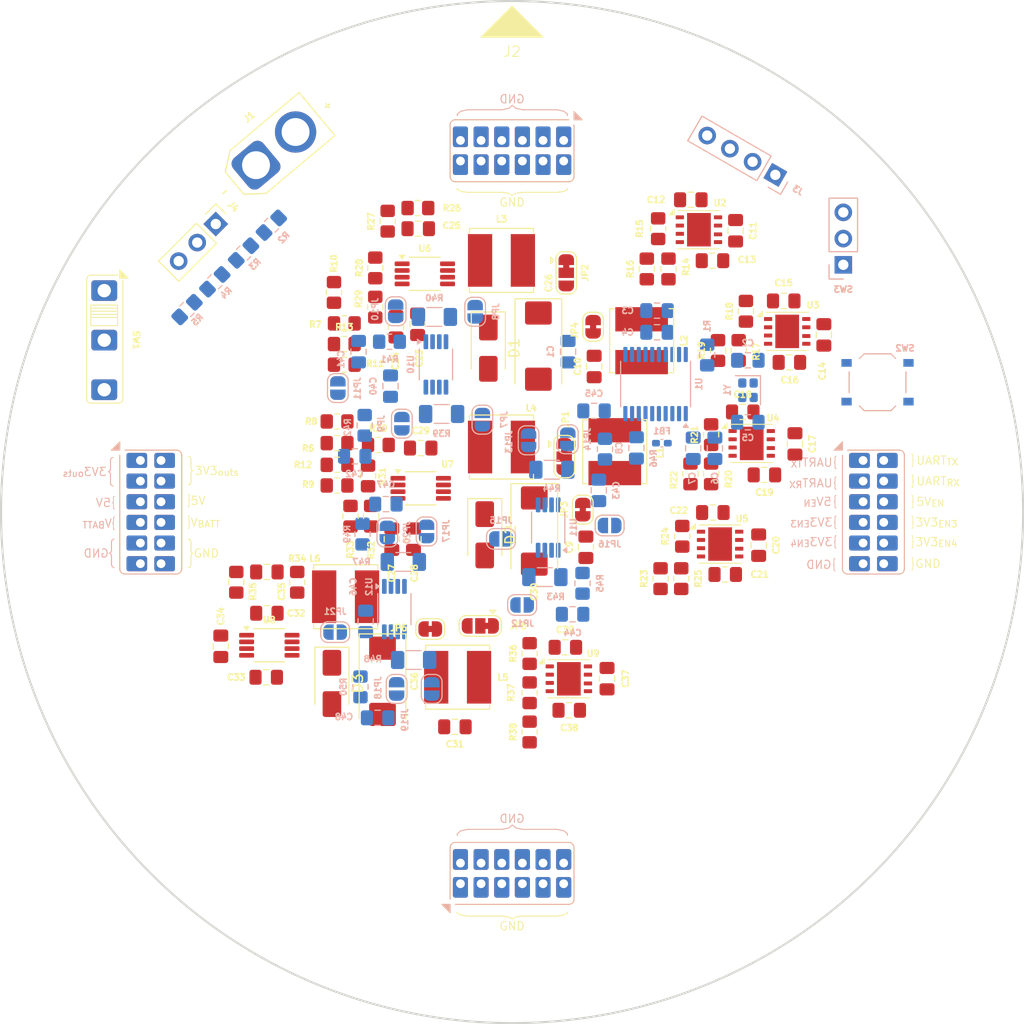
<source format=kicad_pcb>
(kicad_pcb (version 20241229) (generator "pcbnew") (generator_version "9.0")
  (layers (0 "F.Cu" signal) (2 "B.Cu" signal) (13 "F.Paste" user) (15 "B.Paste" user) (5 "F.SilkS" user "F.Silkscreen") (7 "B.SilkS" user "B.Silkscreen") (1 "F.Mask" user) (3 "B.Mask" user) (25 "Edge.Cuts" user))
  (net 0 "")
  (net 1 "NRST")
  (net 2 "GND")
  (net 3 "OSC_IN")
  (net 4 "3V3_{1}")
  (net 5 "OSC_OUT")
  (net 6 "VDDA")
  (net 7 "/VoltageReg&Sense-CurrentSense/3V3Outs/LD39200_3V3_1/EN")
  (net 8 "3V3sense_{1}")
  (net 9 "/VoltageReg&Sense-CurrentSense/3V3Outs/3V3_{2}")
  (net 10 "/VoltageReg&Sense-CurrentSense/3V3Outs/LD39200_3V3_3/VIN")
  (net 11 "/VoltageReg&Sense-CurrentSense/3V3Outs/3V3_{3}")
  (net 12 "/VoltageReg&Sense-CurrentSense/3V3Outs/3V3_{4}")
  (net 13 "/VoltageReg&Sense-CurrentSense/3V3Outs/VIN")
  (net 14 "Net-(D1-K)")
  (net 15 "Net-(U6-BOOT)")
  (net 16 "/VoltageReg&Sense-CurrentSense/3V3Outs/TPS5430_BuckConv_3V3_1/VOUT")
  (net 17 "Net-(U7-BOOT)")
  (net 18 "Net-(D2-K)")
  (net 19 "/VoltageReg&Sense-CurrentSense/3V3Outs/TPS5430_BuckConv_3V3_2/VOUT")
  (net 20 "Net-(D3-K)")
  (net 21 "Net-(U8-BOOT)")
  (net 22 "/VoltageReg&Sense-CurrentSense/5VOut/5VBuckReg/V_{OUT}")
  (net 23 "/VoltageReg&Sense-CurrentSense/5VOut/5VLD39200/EN")
  (net 24 "/VoltageReg&Sense-CurrentSense/5VOut/5V_{OUT}")
  (net 25 "Net-(JP11-A)")
  (net 26 "ADC_{0}")
  (net 27 "ADC_{1}")
  (net 28 "Net-(JP16-A)")
  (net 29 "/VoltageReg&Sense-CurrentSense/CurrentMeasurement_2/V_{SENSE1}")
  (net 30 "/VoltageReg&Sense-CurrentSense/CurrentMeasurement_2/V_{SENSE2}")
  (net 31 "Net-(JP21-A)")
  (net 32 "/VoltageReg&Sense-CurrentSense/CurrentMeasurement_3/V_{SENSE1}")
  (net 33 "/VoltageReg&Sense-CurrentSense/CurrentMeasurement_3/V_{SENSE2}")
  (net 34 "+BATT")
  (net 35 "UART2_{Rx}")
  (net 36 "+7.4V")
  (net 37 "3V3EN_{3}")
  (net 38 "5V")
  (net 39 "UART2_{Tx}")
  (net 40 "3V3EN_{4}")
  (net 41 "3V3_{2}")
  (net 42 "3V3_{4}")
  (net 43 "3V3_{3}")
  (net 44 "5VEN")
  (net 45 "SWCLK")
  (net 46 "SWDIO")
  (net 47 "VS")
  (net 48 "VSS")
  (net 49 "Net-(JP7-B)")
  (net 50 "Net-(JP8-B)")
  (net 51 "Net-(JP9-A)")
  (net 52 "Net-(JP10-A)")
  (net 53 "Net-(JP12-B)")
  (net 54 "Net-(JP13-B)")
  (net 55 "Net-(JP14-A)")
  (net 56 "Net-(JP15-A)")
  (net 57 "Net-(JP17-B)")
  (net 58 "Net-(JP18-B)")
  (net 59 "Net-(JP19-A)")
  (net 60 "Net-(JP20-A)")
  (net 61 "BOOT0")
  (net 62 "Net-(SW3-B)")
  (net 63 "ADC_{6}")
  (net 64 "ADC_{7}")
  (net 65 "/VoltageReg&Sense-CurrentSense/3V3Outs/TPS5430_BuckConv_3V3_2/EN")
  (net 66 "Net-(R12-Pad2)")
  (net 67 "/VoltageReg&Sense-CurrentSense/3V3Outs/TPS5430_BuckConv_3V3_1/EN")
  (net 68 "Net-(R11-Pad1)")
  (net 69 "Net-(U2-ADJ)")
  (net 70 "Net-(U3-ADJ)")
  (net 71 "Net-(U4-ADJ)")
  (net 72 "Net-(U5-ADJ)")
  (net 73 "Net-(U6-VSENSE)")
  (net 74 "Net-(R27-Pad2)")
  (net 75 "Net-(R28-Pad2)")
  (net 76 "Net-(U7-VSENSE)")
  (net 77 "Net-(R31-Pad2)")
  (net 78 "Net-(R32-Pad2)")
  (net 79 "Net-(U8-VSENSE)")
  (net 80 "Net-(U9-ADJ)")
  (net 81 "Net-(R37-Pad2)")
  (net 82 "Net-(U10-OUT_{1})")
  (net 83 "Net-(U10-OUT_{2})")
  (net 84 "Net-(U11-OUT_{1})")
  (net 85 "Net-(U11-OUT_{2})")
  (net 86 "Net-(U12-OUT_{1})")
  (net 87 "Net-(U12-OUT_{2})")
  (net 89 "ADC_{2}")
  (net 90 "/STM32F103/ADC_IN9")
  (net 91 "ADC_{3}")
  (net 92 "/STM32F103/UART2_Tx")
  (net 93 "ADC_{5}")
  (net 94 "ADC_{4}")
  (net 95 "/STM32F103/UART2_Rx")
  (net 107 "Net-(JP4-A)")
  (net 108 "Net-(JP3-A)")
  (net 109 "Net-(JP6-A)")
  (net 110 "Net-(JP1-A)")
  (net 111 "Net-(JP2-A)")
  (net 112 "Net-(JP5-A)")
  (footprint "CompVuelo:LD39200DPUR" (layer "F.Cu") (at 117.2 67.3)
    (property "Reference" "U2")
    (property "Value" "LD39200DPUR")
  )
  (footprint "Capacitor_SMD:C_0805_2012Metric_Pad1.18x1.45mm_HandSolder" (layer "F.Cu") (at 122.985 97.8075 -90)
    (property "Reference" "C20")
    (property "Value" "10uF")
  )
  (footprint "Resistor_SMD:R_0805_2012Metric_Pad1.20x1.40mm_HandSolder" (layer "F.Cu") (at 85.85 74.75 -90)
    (property "Reference" "R29")
    (property "Value" "330")
  )
  (footprint "Capacitor_SMD:C_0805_2012Metric_Pad1.18x1.45mm_HandSolder" (layer "F.Cu") (at 120.75 67.35 -90)
    (property "Reference" "C11")
    (property "Value" "10uF")
  )
  (footprint "Jumper:SolderJumper-2_P1.3mm_Bridged_RoundedPad1.0x1.5mm" (layer "F.Cu") (at 105.95 94.3625 90)
    (property "Reference" "JP3")
    (property "Value" "Bridged")
  )
  (footprint "Capacitor_SMD:C_0805_2012Metric_Pad1.18x1.45mm_HandSolder" (layer "F.Cu") (at 123.5425 91)
    (property "Reference" "C19")
    (property "Value" "470nF")
  )
  (footprint "Resistor_SMD:R_0805_2012Metric_Pad1.20x1.40mm_HandSolder" (layer "F.Cu") (at 85.45 95 -90)
    (property "Reference" "R32")
    (property "Value" "330")
  )
  (footprint "Capacitor_SMD:C_0805_2012Metric_Pad1.18x1.45mm_HandSolder" (layer "F.Cu") (at 106.25 98.0125 -90)
    (property "Reference" "C9")
    (property "Value" "560nF")
  )
  (footprint "Resistor_SMD:R_0805_2012Metric_Pad1.20x1.40mm_HandSolder" (layer "F.Cu") (at 100.8 108.3 -90)
    (property "Reference" "R36")
    (property "Value" "330K")
  )
  (footprint "Capacitor_SMD:C_0805_2012Metric_Pad1.18x1.45mm_HandSolder" (layer "F.Cu") (at 89.55 97.225 -90)
    (property "Reference" "C28")
    (property "Value" "47uF")
  )
  (footprint "Capacitor_SMD:C_0805_2012Metric_Pad1.18x1.45mm_HandSolder" (layer "F.Cu") (at 75.35 100.4)
    (property "Reference" "C35")
    (property "Value" "10nF")
  )
  (footprint "Resistor_SMD:R_0805_2012Metric_Pad1.20x1.40mm_HandSolder" (layer "F.Cu") (at 82.15 85.825 180)
    (property "Reference" "R8")
    (property "Value" "330K")
  )
  (footprint "Inductor_SMD:L_Bourns_SRN6045TA" (layer "F.Cu") (at 109.05 88.75 -90)
    (property "Reference" "L1")
    (property "Value" "4.7uH")
  )
  (footprint "Resistor_SMD:R_0805_2012Metric_Pad1.20x1.40mm_HandSolder" (layer "F.Cu") (at 85.85 70.95 -90)
    (property "Reference" "R28")
    (property "Value" "330")
  )
  (footprint "Jumper:SolderJumper-3_P1.3mm_Bridged12_RoundedPad1.0x1.5mm" (layer "F.Cu") (at 104.15 89.225 -90)
    (property "Reference" "JP1")
    (property "Value" "Bridged12")
  )
  (footprint "Jumper:SolderJumper-2_P1.3mm_Bridged_RoundedPad1.0x1.5mm" (layer "F.Cu") (at 106.95 76.65 90)
    (property "Reference" "JP4")
    (property "Value" "Bridged")
  )
  (footprint "Resistor_SMD:R_0805_2012Metric_Pad1.20x1.40mm_HandSolder" (layer "F.Cu") (at 83.45 95 90)
    (property "Reference" "R33")
    (property "Value" "330")
  )
  (footprint "Inductor_SMD:L_Bourns_SRN6045TA" (layer "F.Cu") (at 82.975 102.8)
    (property "Reference" "L6")
    (property "Value" "10uH")
  )
  (footprint "Inductor_SMD:L_Bourns_SRN6045TA" (layer "F.Cu") (at 93.825 110.6 180)
    (property "Reference" "L5")
    (property "Value" "4.7uH")
  )
  (footprint "CompVuelo:SWSPDT" (layer "F.Cu") (at 59.596705 77.95 -90)
    (property "Reference" "SW1")
    (property "Value" "SW_SPDT")
  )
  (footprint "Capacitor_SMD:C_0805_2012Metric_Pad1.18x1.45mm_HandSolder" (layer "F.Cu") (at 87.85 76.65 -90)
    (property "Reference" "C24")
    (property "Value" "47uF")
  )
  (footprint "Capacitor_Tantalum_SMD:CP_EIA-7343-31_Kemet-D_HandSolder" (layer "F.Cu") (at 101.25 96.4375 -90)
    (property "Reference" "C30")
    (property "Value" "470uF")
  )
  (footprint "CompVuelo:GeneralConn" (layer "F.Cu") (at 99.1 94.6)
    (property "Reference" "J2")
    (property "Value" "NebulaConnector")
    (fp_circle (center 0 0) (end 0 49.5) (stroke (width 0.2)) (fill no) (layer "Edge.Cuts"))
  )
  (footprint "Capacitor_SMD:C_0805_2012Metric_Pad1.18x1.45mm_HandSolder" (layer "F.Cu") (at 70.8875 107.6 90)
    (property "Reference" "C34")
    (property "Value" "47uF")
  )
  (footprint "Capacitor_SMD:C_0805_2012Metric_Pad1.18x1.45mm_HandSolder" (layer "F.Cu") (at 121.4425 84.9)
    (property "Reference" "C18")
    (property "Value" "10uF")
  )
  (footprint "Inductor_SMD:L_Bourns_SRN6045TA" (layer "F.Cu") (at 98.075 88.3)
    (property "Reference" "L4")
    (property "Value" "10uH")
  )
  (footprint "Jumper:SolderJumper-2_P1.3mm_Bridged_RoundedPad1.0x1.5mm" (layer "F.Cu") (at 91.175 105.925)
    (property "Reference" "JP6")
    (property "Value" "Bridged")
  )
  (footprint "Resistor_SMD:R_0805_2012Metric_Pad1.20x1.40mm_HandSolder" (layer "F.Cu") (at 82.15 90.025)
    (property "Reference" "R12")
    (property "Value" "15K")
  )
  (footprint "Resistor_SMD:R_0805_2012Metric_Pad1.20x1.40mm_HandSolder" (layer "F.Cu") (at 82.15 92.025 180)
    (property "Reference" "R9")
    (property "Value" "680K")
  )
  (footprint "CompVuelo:Texas_S-PDSO-G8_3x3mm_P0.65mm" (layer "F.Cu") (at 90.65 71.525)
    (property "Reference" "U6")
    (property "Value" "TPS5430DDA")
  )
  (footprint "Capacitor_SMD:C_0805_2012Metric_Pad1.18x1.45mm_HandSolder" (layer "F.Cu") (at 89.95 76.4125 -90)
    (property "Reference" "C23")
    (property "Value" "47uF")
  )
  (footprint "Resistor_SMD:R_0805_2012Metric_Pad1.20x1.40mm_HandSolder" (layer "F.Cu") (at 115.585 96.945 90)
    (property "Reference" "R24")
    (property "Value" "100K")
  )
  (footprint "Resistor_SMD:R_0805_2012Metric_Pad1.20x1.40mm_HandSolder" (layer "F.Cu") (at 115.485 101.045 -90)
    (property "Reference" "R25")
    (property "Value" "39K")
  )
  (footprint "Capacitor_SMD:C_0805_2012Metric_Pad1.18x1.45mm_HandSolder" (layer "F.Cu") (at 118.5125 70.25)
    (property "Reference" "C13")
    (property "Value" "470nF")
  )
  (footprint "Resistor_SMD:R_0805_2012Metric_Pad1.20x1.40mm_HandSolder" (layer "F.Cu") (at 121.05 78.95 -90)
    (property "Reference" "R17")
    (property "Value" "33K")
  )
  (footprint "Capacitor_SMD:C_0805_2012Metric_Pad1.18x1.45mm_HandSolder" (layer "F.Cu") (at 87.45 97.225 -90)
    (property "Reference" "C27")
    (property "Value" "47uF")
  )
  (footprint "Resistor_SMD:R_0805_2012Metric_Pad1.20x1.40mm_HandSolder" (layer "F.Cu") (at 82.85 76.325)
    (property "Reference" "R7")
    (property "Value" "15K")
  )
  (footprint "Capacitor_SMD:C_0805_2012Metric_Pad1.18x1.45mm_HandSolder" (layer "F.Cu") (at 90.0125 67.15)
    (property "Reference" "C25")
    (property "Value" "10nF")
  )
  (footprint "Connector_PinHeader_2.54mm:PinHeader_1x03_P2.54mm_Vertical" (layer "F.Cu") (at 70.4 66.7 -45)
    (property "Reference" "J4")
    (property "Value" "Conn_01x03")
  )
  (footprint "Resistor_SMD:R_0805_2012Metric_Pad1.20x1.40mm_HandSolder" (layer "F.Cu") (at 113.25 67.15 -90)
    (property "Reference" "R15")
    (property "Value" "100K")
  )
  (footprint "CompVuelo:LD39200DPUR" (layer "F.Cu") (at 125.75 77.15)
    (property "Reference" "U3")
    (property "Value" "LD39200DPUR")
  )
  (footprint "Resistor_SMD:R_0805_2012Metric_Pad1.20x1.40mm_HandSolder" (layer "F.Cu") (at 100.8 115.9 -90)
    (property "Reference" "R38")
    (property "Value" "680")
  )
  (footprint "Resistor_SMD:R_0805_2012Metric_Pad1.20x1.40mm_HandSolder" (layer "F.Cu") (at 82.15 87.925)
    (property "Reference" "R6")
    (property "Value" "15K")
  )
  (footprint "Resistor_SMD:R_0805_2012Metric_Pad1.20x1.40mm_HandSolder" (layer "F.Cu") (at 78.2875 101.4 -90)
    (property "Reference" "R34")
    (property "Value" "10K")
  )
  (footprint "Capacitor_Tantalum_SMD:CP_EIA-7343-31_Kemet-D_HandSolder" (layer "F.Cu") (at 101.65 78.525 -90)
    (property "Reference" "C26")
    (property "Value" "470uF")
  )
  (footprint "Resistor_SMD:R_0805_2012Metric_Pad1.20x1.40mm_HandSolder" (layer "F.Cu") (at 118.38 87.1 -90)
    (property "Reference" "R21")
    (property "Value" "100K")
  )
  (footprint "Capacitor_SMD:C_0805_2012Metric_Pad1.18x1.45mm_HandSolder" (layer "F.Cu") (at 104.2625 107.7)
    (property "Reference" "C39")
    (property "Value" "470nF")
  )
  (footprint "Diode_SMD:D_SMA" (layer "F.Cu") (at 81.65 111.2 -90)
    (property "Reference" "D3")
    (property "Value" "550mV")
  )
  (footprint "Capacitor_SMD:C_0805_2012Metric_Pad1.18x1.45mm_HandSolder" (layer "F.Cu") (at 90.25 88.4)
    (property "Reference" "C29")
    (property "Value" "10nF")
  )
  (footprint "Resistor_SMD:R_0805_2012Metric_Pad1.20x1.40mm_HandSolder" (layer "F.Cu") (at 87.05 66.425 -90)
    (property "Reference" "R27")
    (property "Value" "4K7")
  )
  (footprint "Capacitor_SMD:C_0805_2012Metric_Pad1.18x1.45mm_HandSolder" (layer "F.Cu") (at 75.2875 110.6)
    (property "Reference" "C33")
    (property "Value" "47uF")
  )
  (footprint "Resistor_SMD:R_0805_2012Metric_Pad1.20x1.40mm_HandSolder" (layer "F.Cu") (at 85.15 91.1 -90)
    (property "Reference" "R31")
    (property "Value" "4K7")
  )
  (footprint "Capacitor_SMD:C_0805_2012Metric_Pad1.18x1.45mm_HandSolder" (layer "F.Cu") (at 129.3 77.4375 -90)
    (property "Reference" "C14")
    (property "Value" "10uF")
  )
  (footprint "CompVuelo:LD39200DPUR" (layer "F.Cu") (at 119.25 97.75)
    (property "Reference" "U5")
    (property "Value" "LD39200DPUR")
  )
  (footprint "Capacitor_SMD:C_0805_2012Metric_Pad1.18x1.45mm_HandSolder" (layer "F.Cu") (at 108.3 110.7375 -90)
    (property "Reference" "C37")
    (property "Value" "10uF")
  )
  (footprint "Capacitor_SMD:C_0805_2012Metric_Pad1.18x1.45mm_HandSolder" (layer "F.Cu") (at 125.4125 74.15)
    (property "Reference" "C15")
    (property "Value" "10uF")
  )
  (footprint "Resistor_SMD:R_0805_2012Metric_Pad1.20x1.40mm_HandSolder" (layer "F.Cu") (at 81.85 73.325 90)
    (property "Reference" "R10")
    (property "Value" "330K")
  )
  (footprint "Capacitor_SMD:C_0805_2012Metric_Pad1.18x1.45mm_HandSolder" (layer "F.Cu") (at 125.9625 80.1)
    (property "Reference" "C16")
    (property "Value" "470nF")
  )
  (footprint "Capacitor_SMD:C_0805_2012Metric_Pad1.18x1.45mm_HandSolder" (layer "F.Cu") (at 118.5475 94.645)
    (property "Reference" "C22")
    (property "Value" "470nF")
  )
  (footprint "Capacitor_SMD:C_0805_2012Metric_Pad1.18x1.45mm_HandSolder" (layer "F.Cu") (at 126.5 88 -90)
    (property "Reference" "C17")
    (property "Value" "10uF")
  )
  (footprint "Connector_AMASS:AMASS_XT30U-F_1x02_P5.0mm_Vertical" (layer "F.Cu") (at 74.3 61 40)
    (property "Reference" "J1")
    (property "Value" "Conn_01x02")
  )
  (footprint "Diode_SMD:D_SMA" (layer "F.Cu") (at 96.45 96.8 -90)
    (property "Reference" "D2")
    (property "Value" "450mV")
  )
  (footprint "Capacitor_SMD:C_0805_2012Metric_Pad1.18x1.45mm_HandSolder" (layer "F.Cu") (at 75.35 104.4 180)
    (property "Reference" "C32")
    (property "Value" "47uF")
  )
  (footprint "Resistor_SMD:R_0805_2012Metric_Pad1.20x1.40mm_HandSolder" (layer "F.Cu") (at 113.485 101.045 -90)
    (property "Reference" "R23")
    (property "Value" "33K")
  )
  (footprint "Diode_SMD:D_SMA" (layer "F.Cu") (at 96.8 78.725 -90)
    (property "Reference" "D1")
    (property "Value" "450mV")
  )
  (footprint "Capacitor_SMD:C_0805_2012Metric_Pad1.18x1.45mm_HandSolder" (layer "F.Cu") (at 107.05 80.5 -90)
    (property "Reference" "C10")
    (property "Value" "560nF")
  )
  (footprint "Resistor_SMD:R_0805_2012Metric_Pad1.20x1.40mm_HandSolder" (layer "F.Cu") (at 89.97929 65.152587 180)
    (property "Reference" "R26")
    (property "Value" "10K")
  )
  (footprint "Jumper:SolderJumper-3_P1.3mm_Bridged12_RoundedPad1.0x1.5mm" (layer "F.Cu") (at 96.025 105.625 180)
    (property "Reference" "JP5")
    (property "Value" "Bridged12")
  )
  (footprint "Capacitor_SMD:C_0805_2012Metric_Pad1.18x1.45mm_HandSolder" (layer "F.Cu") (at 119.7475 100.645)
    (property "Reference" "C21")
    (property "Value" "10uF")
  )
  (footprint "Resistor_SMD:R_0805_2012Metric_Pad1.20x1.40mm_HandSolder" (layer "F.Cu") (at 116.38 90.9 -90)
    (property "Reference" "R22")
    (property "Value" "39K")
  )
  (footprint "Resistor_SMD:R_0805_2012Metric_Pad1.20x1.40mm_HandSolder" (layer "F.Cu") (at 119.05 78.95 -90)
    (property "Reference" "R19")
    (property "Value" "39K")
  )
  (footprint "Resistor_SMD:R_0805_2012Metric_Pad1.20x1.40mm_HandSolder" (layer "F.Cu") (at 82.85 80.325)
    (property "Reference" "R11")
    (property "Value" "680K")
  )
  (footprint "CompVuelo:Texas_S-PDSO-G8_3x3mm_P0.65mm" (layer "F.Cu") (at 90.25 92.3)
    (property "Reference" "U7")
    (property "Value" "TPS5430DDA")
  )
  (footprint "Inductor_SMD:L_Bourns_SRN6045TA" (layer "F.Cu") (at 98.075 70.225)
    (property "Reference" "L3")
    (property "Value" "10uH")
  )
  (footprint "CompVuelo:Texas_S-PDSO-G8_3x3mm_P0.65mm" (layer "F.Cu") (at 75.5875 107.5)
    (property "Reference" "U8")
    (property "Value" "TPS5430DDA")
  )
  (footprint "Jumper:SolderJumper-3_P1.3mm_Bridged12_RoundedPad1.0x1.5mm" (layer "F.Cu") (at 104.35 71.425 -90)
    (property "Reference" "JP2")
    (property "Value" "Bridged12")
  )
  (footprint "Capacitor_Tantalum_SMD:CP_EIA-7343-31_Kemet-D_HandSolder" (layer "F.Cu") (at 86.55 110.9925 -90)
    (property "Reference" "C36")
    (property "Value" "330uF")
  )
  (footprint "Resistor_SMD:R_0805_2012Metric_Pad1.20x1.40mm_HandSolder" (layer "F.Cu") (at 121.75 75.15 -90)
    (property "Reference" "R18")
    (property "Value" "100K")
  )
  (footprint "CompVuelo:LD39200DPUR" (layer "F.Cu") (at 122.3125 88)
    (property "Reference" "U4")
    (property "Value" "LD39200DPUR")
  )
  (footprint "Resistor_SMD:R_0805_2012Metric_Pad1.20x1.40mm_HandSolder" (layer "F.Cu") (at 112.15 71.05 -90)
    (property "Reference" "R16")
    (property "Value" "39K")
  )
  (footprint "Capacitor_SMD:C_0805_2012Metric_Pad1.18x1.45mm_HandSolder" (layer "F.Cu") (at 116.4125 64.35)
    (property "Reference" "C12")
    (property "Value" "10uF")
  )
  (footprint "Resistor_SMD:R_0805_2012Metric_Pad1.20x1.40mm_HandSolder" (layer "F.Cu") (at 118.38 90.9 -90)
    (property "Reference" "R20")
    (property "Value" "33K")
  )
  (footprint "Resistor_SMD:R_0805_2012Metric_Pad1.20x1.40mm_HandSolder" (layer "F.Cu") (at 72.3875 101.4 90)
    (property "Reference" "R35")
    (property "Value" "3K")
  )
  (footprint "Resistor_SMD:R_0805_2012Metric_Pad1.20x1.40mm_HandSolder" (layer "F.Cu") (at 86.15 88.1 180)
    (property "Reference" "R30")
    (property "Value" "10K")
  )
  (footprint "Resistor_SMD:R_0805_2012Metric_Pad1.20x1.40mm_HandSolder" (layer "F.Cu") (at 82.85 78.325)
    (property "Reference" "R13")
    (property "Value" "15K")
  )
  (footprint "Resistor_SMD:R_0805_2012Metric_Pad1.20x1.40mm_HandSolder" (layer "F.Cu") (at 114.25 71.05 -90)
    (property "Reference" "R14")
    (property "Value" "33K")
  )
  (footprint "CompVuelo:LD39200DPUR" (layer "F.Cu") (at 104.6 110.8)
    (property "Reference" "U9")
    (property "Value" "LD39200DPUR")
  )
  (footprint "Capacitor_SMD:C_0805_2012Metric_Pad1.18x1.45mm_HandSolder" (layer "F.Cu") (at 104.6375 113.8 180)
    (property "Reference" "C38")
    (property "Value" "10uF")
  )
  (footprint "Resistor_SMD:R_0805_2012Metric_Pad1.20x1.40mm_HandSolder" (layer "F.Cu") (at 100.8 112.1 -90)
    (property "Reference" "R37")
    (property "Value" "36K")
  )
  (footprint "Capacitor_SMD:C_0805_2012Metric_Pad1.18x1.45mm_HandSolder" (layer "F.Cu") (at 93.5625 115.4 180)
    (property "Reference" "C31")
    (property "Value" "560nF")
  )
  (footprint "Inductor_SMD:L_Bourns_SRN6045TA" (layer "F.Cu") (at 111.65 78 -90)
    (property "Reference" "L2")
    (property "Value" "4.7uH")
  )
  (footprint "Jumper:SolderJumper-2_P1.3mm_Open_RoundedPad1.0x1.5mm" (layer "B.Cu") (at 104.5 87.55 90)
    (property "Reference" "JP14")
    (property "Value" "SolderJumper_2_Open")
  )
  (footprint "Resistor_SMD:R_1206_3216Metric_Pad1.30x1.75mm_HandSolder" (layer "B.Cu") (at 91.575 75.7 180)
    (property "Reference" "R40")
    (property "Value" "0.007")
  )
  (footprint "Crystal:Crystal_SMD_2016-4Pin_2.0x1.6mm" (layer "B.Cu") (at 121.95 82.8 -90)
    (property "Reference" "Y1")
    (property "Value" "16Mhz")
  )
  (footprint "Jumper:SolderJumper-2_P1.3mm_Open_RoundedPad1.0x1.5mm" (layer "B.Cu") (at 87.015 96.58 90)
    (property "Reference" "JP20")
    (property "Value" "SolderJumper_2_Open")
  )
  (footprint "Capacitor_SMD:C_0805_2012Metric_Pad1.18x1.45mm_HandSolder" (layer "B.Cu") (at 86.8775 93.83)
    (property "Reference" "C47")
    (property "Value" "15nF")
  )
  (footprint "Capacitor_SMD:C_0805_2012Metric_Pad1.18x1.45mm_HandSolder" (layer "B.Cu") (at 113.1375 75.0875 180)
    (property "Reference" "C3")
    (property "Value" "10uF")
  )
  (footprint "Jumper:SolderJumper-2_P1.3mm_Open_RoundedPad1.0x1.5mm" (layer "B.Cu") (at 81.965 106.23 180)
    (property "Reference" "JP21")
    (property "Value" "SJ_Op")
  )
  (footprint "Button_Switch_SMD:SW_Push_1P1T_XKB_TS-1187A" (layer "B.Cu") (at 134.5 82.025 180)
    (property "Reference" "SW2")
    (property "Value" "RESET")
  )
  (footprint "Resistor_SMD:R_0805_2012Metric_Pad1.20x1.40mm_HandSolder" (layer "B.Cu") (at 84.415 111.53 -90)
    (property "Reference" "R50")
    (property "Value" "100")
  )
  (footprint "Resistor_SMD:R_0805_2012Metric_Pad1.20x1.40mm_HandSolder" (layer "B.Cu") (at 70.307107 72.292893 -135)
    (property "Reference" "R4")
    (property "Value" "470k")
  )
  (footprint "CompVuelo:Texas_S-PDSO-G8_3x3mm_P0.65mm" (layer "B.Cu") (at 102.6 96.1 90)
    (property "Reference" "U11")
    (property "Value" "INA2180A2")
  )
  (footprint "Resistor_SMD:R_0805_2012Metric_Pad1.20x1.40mm_HandSolder" (layer "B.Cu") (at 84.615 96.73 90)
    (property "Reference" "R49")
    (property "Value" "100")
  )
  (footprint "Capacitor_SMD:C_0805_2012Metric_Pad1.18x1.45mm_HandSolder" (layer "B.Cu") (at 87.325 82.4 -90)
    (property "Reference" "C40")
    (property "Value" "0.1uF")
  )
  (footprint "Capacitor_SMD:C_0805_2012Metric_Pad1.18x1.45mm_HandSolder" (layer "B.Cu") (at 121.9375 85.9)
    (property "Reference" "C5")
    (property "Value" "9pF")
  )
  (footprint "Jumper:SolderJumper-2_P1.3mm_Open_RoundedPad1.0x1.5mm" (layer "B.Cu") (at 87.915 111.73 -90)
    (property "Reference" "JP18")
    (property "Value" "SolderJumper_2_Open")
  )
  (footprint "Jumper:SolderJumper-2_P1.3mm_Open_RoundedPad1.0x1.5mm" (layer "B.Cu") (at 96.225 85.65 90)
    (property "Reference" "JP7")
    (property "Value" "SolderJumper_2_Open")
  )
  (footprint "Capacitor_SMD:C_0805_2012Metric_Pad1.18x1.45mm_HandSolder" (layer "B.Cu") (at 84.225 79.0625 -90)
    (property "Reference" "C41")
    (property "Value" "15nF")
  )
  (footprint "Capacitor_SMD:C_0805_2012Metric_Pad1.18x1.45mm_HandSolder" (layer "B.Cu") (at 83.8625 89.2 180)
    (property "Reference" "C42")
    (property "Value" "15nF")
  )
  (footprint "Capacitor_SMD:C_0805_2012Metric_Pad1.18x1.45mm_HandSolder" (layer "B.Cu") (at 121.9375 79.9 180)
    (property "Reference" "C2")
    (property "Value" "9pF")
  )
  (footprint "Capacitor_SMD:C_0805_2012Metric_Pad1.18x1.45mm_HandSolder" (layer "B.Cu") (at 86.0775 114.53)
    (property "Reference" "C48")
    (property "Value" "15nF")
  )
  (footprint "Jumper:SolderJumper-2_P1.3mm_Open_RoundedPad1.0x1.5mm" (layer "B.Cu") (at 82.225 82.5875 -90)
    (property "Reference" "JP11")
    (property "Value" "SJ_Op")
  )
  (footprint "Resistor_SMD:R_1206_3216Metric_Pad1.30x1.75mm_HandSolder" (layer "B.Cu") (at 102.275 100.9)
    (property "Reference" "R43")
    (property "Value" "0.020")
  )
  (footprint "Jumper:SolderJumper-2_P1.3mm_Open_RoundedPad1.0x1.5mm" (layer "B.Cu") (at 100.075 103.6)
    (property "Reference" "JP12")
    (property "Value" "SolderJumper_2_Open")
  )
  (footprint "Capacitor_SMD:C_0805_2012Metric_Pad1.18x1.45mm_HandSolder" (layer "B.Cu") (at 111.145 88.3875 -90)
    (property "Reference" "C8")
    (property "Value" "1uF")
  )
  (footprint "Capacitor_SMD:C_0805_2012Metric_Pad1.18x1.45mm_HandSolder" (layer "B.Cu") (at 116.645 88.425 -90)
    (property "Reference" "C7")
    (property "Value" "1uF")
  )
  (footprint "Resistor_SMD:R_0805_2012Metric_Pad1.20x1.40mm_HandSolder" (layer "B.Cu") (at 73.092893 69.507107 -135)
    (property "Reference" "R3")
    (property "Value" "910k")
  )
  (footprint "Resistor_SMD:R_1206_3216Metric_Pad1.30x1.75mm_HandSolder" (layer "B.Cu") (at 88.565 99.43 180)
    (property "Reference" "R47")
    (property "Value" "0.020")
  )
  (footprint "CompVuelo:Texas_S-PDSO-G8_3x3mm_P0.65mm" (layer "B.Cu") (at 87.7 104 -90)
    (property "Reference" "U12")
    (property "Value" "INA2180A2")
  )
  (footprint "Resistor_SMD:R_0805_2012Metric_Pad1.20x1.40mm_HandSolder" (layer "B.Cu") (at 87.225 78.1 180)
    (property "Reference" "R41")
    (property "Value" "100")
  )
  (footprint "Resistor_SMD:R_1206_3216Metric_Pad1.30x1.75mm_HandSolder" (layer "B.Cu") (at 89.565 108.93 180)
    (property "Reference" "R48")
    (property "Value" "0.020")
  )
  (footprint "CompVuelo:Texas_S-PDSO-G8_3x3mm_P0.65mm" (layer "B.Cu") (at 91.725 80.3 -90)
    (property "Reference" "U10")
    (property "Value" "INA2180A2")
  )
  (footprint "Capacitor_SMD:C_0805_2012Metric_Pad1.18x1.45mm_HandSolder" (layer "B.Cu") (at 104.525 79.0625 90)
    (property "Reference" "C1")
    (property "Value" "100nF")
  )
  (footprint "Capacitor_SMD:C_0805_2012Metric_Pad1.18x1.45mm_HandSolder" (layer "B.Cu") (at 104.9625 104.5 180)
    (property "Reference" "C44")
    (property "Value" "15nF")
  )
  (footprint "Capacitor_SMD:C_0805_2012Metric_Pad1.18x1.45mm_HandSolder" (layer "B.Cu") (at 107.0375 84.8 180)
    (property "Reference" "C45")
    (property "Value" "15nF")
  )
  (footprint "Capacitor_SMD:C_0805_2012Metric_Pad1.18x1.45mm_HandSolder" (layer "B.Cu") (at 118.745 88.425 -90)
    (property "Reference" "C6")
    (property "Value" "10uF")
  )
  (footprint "Capacitor_SMD:C_0805_2012Metric_Pad1.18x1.45mm_HandSolder" (layer "B.Cu") (at 84.915 105.1925 90)
    (property "Reference" "C46")
    (property "Value" "0.1uF")
  )
  (footprint "Jumper:SolderJumper-2_P1.3mm_Open_RoundedPad1.0x1.5mm" (layer "B.Cu") (at 108.55 95.9)
    (property "Reference" "JP16")
    (property "Value" "SJ_Op")
  )
  (footprint "Resistor_SMD:R_0805_2012Metric_Pad1.20x1.40mm_HandSolder" (layer "B.Cu") (at 75.785786 66.814214 -135)
    (property "Reference" "R2")
    (property "Value" "470k")
  )
  (footprint "Connector_PinHeader_2.54mm:PinHeader_1x04_P2.54mm_Vertical" (layer "B.Cu") (at 124.599409 61.94 60)
    (property "Reference" "J3")
    (property "Value" "Conn_01x04")
  )
  (footprint "Resistor_SMD:R_1206_3216Metric_Pad1.30x1.75mm_HandSolder" (layer "B.Cu") (at 92.275 85.1 180)
    (property "Reference" "R39")
    (property "Value" "0.020")
  )
  (footprint "Resistor_SMD:R_0805_2012Metric_Pad1.20x1.40mm_HandSolder" (layer "B.Cu") (at 105.925 101.5 -90)
    (property "Reference" "R45")
    (property "Value" "100")
  )
  (footprint "Connector_PinHeader_2.54mm:PinHeader_1x03_P2.54mm_Vertical" (layer "B.Cu") (at 131.185 70.65)
    (property "Reference" "SW3")
    (property "Value" "SW_SPDT")
  )
  (footprint "Jumper:SolderJumper-2_P1.3mm_Open_RoundedPad1.0x1.5mm" (layer "B.Cu") (at 95.525 75.2 -90)
    (property "Reference" "JP8")
    (property "Value" "SolderJumper_2_Open")
  )
  (footprint "Resistor_SMD:R_0805_2012Metric_Pad1.20x1.40mm_HandSolder" (layer "B.Cu") (at 67.614214 74.985786 -135)
    (property "Reference" "R5")
    (property "Value" "910k")
  )
  (footprint "Resistor_SMD:R_0805_2012Metric_Pad1.20x1.40mm_HandSolder" (layer "B.Cu") (at 84.825 86.2 -90)
    (property "Reference" "R42")
    (property "Value" "100")
  )
  (footprint "Resistor_SMD:R_0805_2012Metric_Pad1.20x1.40mm_HandSolder" (layer "B.Cu") (at 118 79.3875 -90)
    (property "Reference" "R1")
    (property "Value" "10K")
  )
  (footprint "Jumper:SolderJumper-2_P1.3mm_Open_RoundedPad1.0x1.5mm" (layer "B.Cu") (at 91.315 111.73 -90)
    (property "Reference" "JP19")
    (property "Value" "SolderJumper_2_Open")
  )
  (footprint "Capacitor_SMD:C_0805_2012Metric_Pad1.18x1.45mm_HandSolder" (layer "B.Cu") (at 113.1375 77.1875 180)
    (property "Reference" "C4")
    (property "Value" "100nF")
  )
  (footprint "Jumper:SolderJumper-2_P1.3mm_Open_RoundedPad1.0x1.5mm" (layer "B.Cu") (at 100.7 87.65 -90)
    (property "Reference" "JP13")
    (property "Value" "SolderJumper_2_Open")
  )
  (footprint "Package_SO:TSSOP-20_4.4x6.5mm_P0.65mm" (layer "B.Cu") (at 113 82.2 90)
    (property "Reference" "U1")
    (property "Value" "STM32L031F6Px")
  )
  (footprint "Jumper:SolderJumper-2_P1.3mm_Open_RoundedPad1.0x1.5mm" (layer "B.Cu") (at 87.825 75.15 90)
    (property "Reference" "JP10")
    (property "Value" "SolderJumper_2_Open")
  )
  (footprint "Jumper:SolderJumper-2_P1.3mm_Open_RoundedPad1.0x1.5mm" (layer "B.Cu") (at 90.815 96.48 -90)
    (property "Reference" "JP17")
    (property "Value" "SolderJumper_2_Open")
  )
  (footprint "Jumper:SolderJumper-2_P1.3mm_Open_RoundedPad1.0x1.5mm" (layer "B.Cu") (at 88.425 86.0375 -90)
    (property "Reference" "JP9")
    (property "Value" "SolderJumper_2_Open" (hide yes))
  )
  (footprint "Inductor_SMD:L_0402_1005Metric_Pad0.77x0.64mm_HandSolder" (layer "B.Cu") (at 113.6125 87.925 180)
    (property "Reference" "FB1")
    (property "Value" "10R@100MHz")
  )
  (footprint "Capacitor_SMD:C_0805_2012Metric_Pad1.18x1.45mm_HandSolder" (layer "B.Cu") (at 107.5 92.5 90)
    (property "Reference" "C43")
    (property "Value" "0.1uF")
  )
  (footprint "Resistor_SMD:R_1206_3216Metric_Pad1.30x1.75mm_HandSolder" (layer "B.Cu") (at 102.95 90.5)
    (property "Reference" "R44")
    (property "Value" "0.020")
  )
  (footprint "Resistor_SMD:R_0805_2012Metric_Pad1.20x1.40mm_HandSolder" (layer "B.Cu") (at 108.1 88.5 90)
    (property "Reference" "R46")
    (property "Value" "100")
  )
  (footprint "Jumper:SolderJumper-2_P1.3mm_Open_RoundedPad1.0x1.5mm" (layer "B.Cu") (at 98.025 97.2 180)
    (property "Reference" "JP15")
    (property "Value" "SolderJumper_2_Open")
  )
)
</source>
